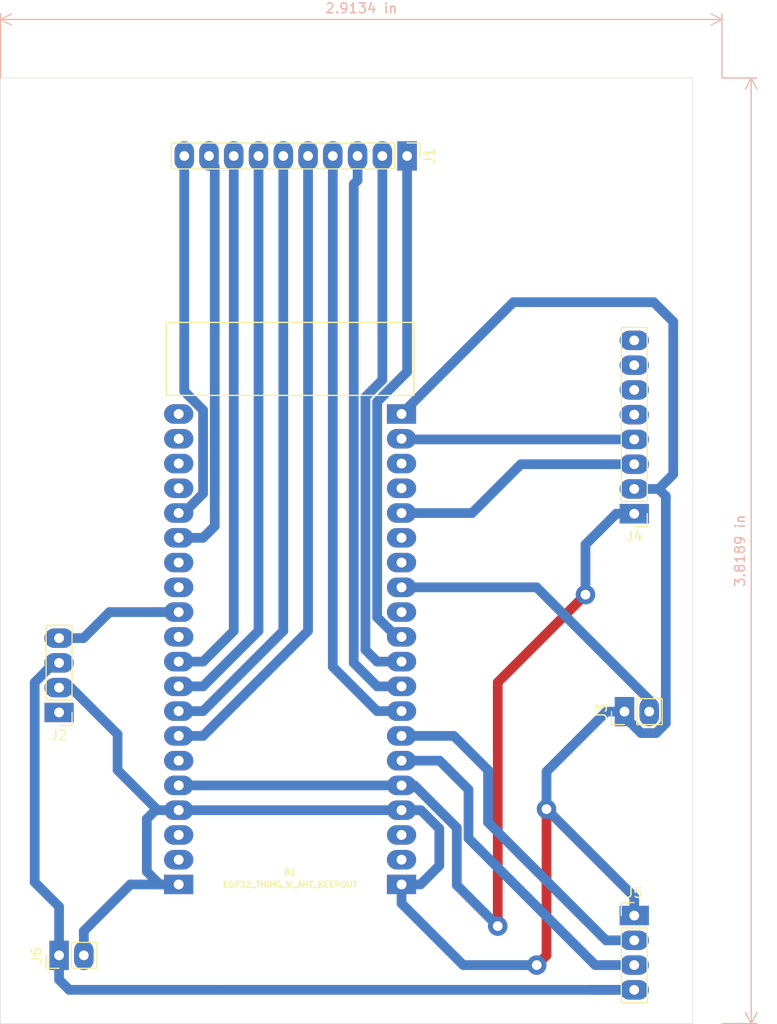
<source format=kicad_pcb>
(kicad_pcb (version 20171130) (host pcbnew "(5.1.5)-3")

  (general
    (thickness 1.6)
    (drawings 6)
    (tracks 130)
    (zones 0)
    (modules 7)
    (nets 42)
  )

  (page A4)
  (layers
    (0 F.Cu signal)
    (31 B.Cu signal)
    (32 B.Adhes user hide)
    (33 F.Adhes user hide)
    (34 B.Paste user hide)
    (35 F.Paste user hide)
    (36 B.SilkS user)
    (37 F.SilkS user hide)
    (38 B.Mask user hide)
    (39 F.Mask user hide)
    (40 Dwgs.User user hide)
    (41 Cmts.User user hide)
    (42 Eco1.User user hide)
    (43 Eco2.User user hide)
    (44 Edge.Cuts user)
    (45 Margin user hide)
    (46 B.CrtYd user hide)
    (47 F.CrtYd user hide)
    (48 B.Fab user hide)
    (49 F.Fab user hide)
  )

  (setup
    (last_trace_width 1)
    (user_trace_width 1)
    (trace_clearance 0.2)
    (zone_clearance 0.508)
    (zone_45_only no)
    (trace_min 0.2)
    (via_size 0.8)
    (via_drill 0.4)
    (via_min_size 0.4)
    (via_min_drill 0.3)
    (uvia_size 0.3)
    (uvia_drill 0.1)
    (uvias_allowed no)
    (uvia_min_size 0.2)
    (uvia_min_drill 0.1)
    (edge_width 0.05)
    (segment_width 0.2)
    (pcb_text_width 0.3)
    (pcb_text_size 1.5 1.5)
    (mod_edge_width 0.12)
    (mod_text_size 1 1)
    (mod_text_width 0.15)
    (pad_size 3 2)
    (pad_drill 1.016)
    (pad_to_mask_clearance 0.051)
    (solder_mask_min_width 0.25)
    (aux_axis_origin 0 0)
    (visible_elements FFFFFF7F)
    (pcbplotparams
      (layerselection 0x010fc_ffffffff)
      (usegerberextensions false)
      (usegerberattributes false)
      (usegerberadvancedattributes false)
      (creategerberjobfile false)
      (excludeedgelayer true)
      (linewidth 0.100000)
      (plotframeref false)
      (viasonmask false)
      (mode 1)
      (useauxorigin false)
      (hpglpennumber 1)
      (hpglpenspeed 20)
      (hpglpendiameter 15.000000)
      (psnegative false)
      (psa4output false)
      (plotreference true)
      (plotvalue true)
      (plotinvisibletext false)
      (padsonsilk false)
      (subtractmaskfromsilk false)
      (outputformat 1)
      (mirror false)
      (drillshape 1)
      (scaleselection 1)
      (outputdirectory ""))
  )

  (net 0 "")
  (net 1 "Net-(B1-Pad1)")
  (net 2 "Net-(B1-Pad2)")
  (net 3 "Net-(B1-Pad3)")
  (net 4 "Net-(B1-Pad36)")
  (net 5 "Net-(B1-Pad6)")
  (net 6 "Net-(B1-Pad7)")
  (net 7 "Net-(B1-Pad8)")
  (net 8 "Net-(B1-Pad9)")
  (net 9 "Net-(B1-Pad10)")
  (net 10 "Net-(B1-Pad11)")
  (net 11 "Net-(B1-Pad12)")
  (net 12 "Net-(B1-Pad13)")
  (net 13 "Net-(B1-Pad14)")
  (net 14 "Net-(B1-Pad15)")
  (net 15 "Net-(B1-Pad16)")
  (net 16 "Net-(B1-Pad17)")
  (net 17 "Net-(B1-Pad18)")
  (net 18 "Net-(B1-Pad19)")
  (net 19 "Net-(B1-Pad20)")
  (net 20 "Net-(B1-Pad22)")
  (net 21 "Net-(B1-Pad23)")
  (net 22 "Net-(B1-Pad24)")
  (net 23 "Net-(B1-Pad25)")
  (net 24 "Net-(B1-Pad26)")
  (net 25 "Net-(B1-Pad27)")
  (net 26 "Net-(B1-Pad28)")
  (net 27 "Net-(B1-Pad29)")
  (net 28 "Net-(B1-Pad30)")
  (net 29 "Net-(B1-Pad31)")
  (net 30 "Net-(B1-Pad32)")
  (net 31 "Net-(B1-Pad33)")
  (net 32 "Net-(B1-Pad34)")
  (net 33 "Net-(B1-Pad35)")
  (net 34 "Net-(B1-Pad38)")
  (net 35 "Net-(B1-Pad39)")
  (net 36 "Net-(J2-Pad1)")
  (net 37 "Net-(J2-Pad3)")
  (net 38 "Net-(J4-Pad5)")
  (net 39 "Net-(J4-Pad6)")
  (net 40 "Net-(J4-Pad7)")
  (net 41 "Net-(J4-Pad8)")

  (net_class Default "Esta es la clase de red por defecto."
    (clearance 0.2)
    (trace_width 0.25)
    (via_dia 0.8)
    (via_drill 0.4)
    (uvia_dia 0.3)
    (uvia_drill 0.1)
    (add_net "Net-(B1-Pad1)")
    (add_net "Net-(B1-Pad10)")
    (add_net "Net-(B1-Pad11)")
    (add_net "Net-(B1-Pad12)")
    (add_net "Net-(B1-Pad13)")
    (add_net "Net-(B1-Pad14)")
    (add_net "Net-(B1-Pad15)")
    (add_net "Net-(B1-Pad16)")
    (add_net "Net-(B1-Pad17)")
    (add_net "Net-(B1-Pad18)")
    (add_net "Net-(B1-Pad19)")
    (add_net "Net-(B1-Pad2)")
    (add_net "Net-(B1-Pad20)")
    (add_net "Net-(B1-Pad22)")
    (add_net "Net-(B1-Pad23)")
    (add_net "Net-(B1-Pad24)")
    (add_net "Net-(B1-Pad25)")
    (add_net "Net-(B1-Pad26)")
    (add_net "Net-(B1-Pad27)")
    (add_net "Net-(B1-Pad28)")
    (add_net "Net-(B1-Pad29)")
    (add_net "Net-(B1-Pad3)")
    (add_net "Net-(B1-Pad30)")
    (add_net "Net-(B1-Pad31)")
    (add_net "Net-(B1-Pad32)")
    (add_net "Net-(B1-Pad33)")
    (add_net "Net-(B1-Pad34)")
    (add_net "Net-(B1-Pad35)")
    (add_net "Net-(B1-Pad36)")
    (add_net "Net-(B1-Pad38)")
    (add_net "Net-(B1-Pad39)")
    (add_net "Net-(B1-Pad6)")
    (add_net "Net-(B1-Pad7)")
    (add_net "Net-(B1-Pad8)")
    (add_net "Net-(B1-Pad9)")
    (add_net "Net-(J2-Pad1)")
    (add_net "Net-(J2-Pad3)")
    (add_net "Net-(J4-Pad5)")
    (add_net "Net-(J4-Pad6)")
    (add_net "Net-(J4-Pad7)")
    (add_net "Net-(J4-Pad8)")
  )

  (module ESP32_THING (layer F.Cu) (tedit 5EBFF960) (tstamp 5EC049A0)
    (at 152 119)
    (descr "SPARKFUN ESP32 THING BOARD")
    (tags "SPARKFUN ESP32 THING BOARD")
    (path /5EBFF6FD)
    (attr virtual)
    (fp_text reference B1 (at 12.7 -2.54) (layer F.SilkS)
      (effects (font (size 0.6096 0.6096) (thickness 0.127)))
    )
    (fp_text value ESP32_THING_W_ANT_KEEPOUT (at 12.7 -1.27) (layer F.SilkS)
      (effects (font (size 0.6096 0.6096) (thickness 0.127)))
    )
    (fp_line (start 0 0) (end 0 -51.435) (layer Dwgs.User) (width 0.2032))
    (fp_line (start 0 -51.435) (end 0 -58.293) (layer Dwgs.User) (width 0.2032))
    (fp_line (start 0.635 -58.928) (end 24.765 -58.928) (layer Dwgs.User) (width 0.2032))
    (fp_line (start 25.4 -58.293) (end 25.4 -51.435) (layer Dwgs.User) (width 0.2032))
    (fp_line (start 25.4 -51.435) (end 25.4 0) (layer Dwgs.User) (width 0.2032))
    (fp_line (start 25.4 0) (end 0 0) (layer Dwgs.User) (width 0.2032))
    (fp_line (start 0 -51.435) (end 25.4 -51.435) (layer Dwgs.User) (width 0.127))
    (fp_line (start 0 -51.435) (end 25.4 -51.435) (layer F.SilkS) (width 0.127))
    (fp_line (start 25.4 -51.435) (end 25.4 -58.928) (layer F.SilkS) (width 0.127))
    (fp_line (start 25.4 -58.928) (end 0 -58.928) (layer F.SilkS) (width 0.127))
    (fp_line (start 0 -58.928) (end 0 -51.435) (layer F.SilkS) (width 0.127))
    (fp_line (start 0 -51.435) (end 25.4 -51.435) (layer F.SilkS) (width 0.127))
    (fp_line (start 25.4 -51.435) (end 25.4 -58.928) (layer F.SilkS) (width 0.127))
    (fp_line (start 25.4 -58.928) (end 0 -58.928) (layer F.SilkS) (width 0.127))
    (fp_line (start 0 -58.928) (end 0 -51.435) (layer F.SilkS) (width 0.127))
    (fp_arc (start 0.635 -58.293) (end 0 -58.293) (angle 90) (layer Dwgs.User) (width 0.2032))
    (fp_arc (start 24.765 -58.293) (end 24.765 -58.928) (angle 90) (layer Dwgs.User) (width 0.2032))
    (fp_text user 34 (at 3.81 -34.4805) (layer Dwgs.User)
      (effects (font (size 0.889 0.889) (thickness 0.127)))
    )
    (fp_text user 35 (at 3.81 -31.9405) (layer Dwgs.User)
      (effects (font (size 0.889 0.889) (thickness 0.127)))
    )
    (fp_text user 32 (at 3.81 -39.55796) (layer Dwgs.User)
      (effects (font (size 0.889 0.889) (thickness 0.127)))
    )
    (fp_text user 33 (at 3.81 -37.0205) (layer Dwgs.User)
      (effects (font (size 0.889 0.889) (thickness 0.127)))
    )
    (fp_text user 25 (at 3.81 -29.4005) (layer Dwgs.User)
      (effects (font (size 0.889 0.889) (thickness 0.127)))
    )
    (fp_text user 26 (at 3.81 -26.85796) (layer Dwgs.User)
      (effects (font (size 0.889 0.889) (thickness 0.127)))
    )
    (fp_text user 27 (at 3.7846 -24.3205) (layer Dwgs.User)
      (effects (font (size 0.889 0.889) (thickness 0.127)))
    )
    (fp_text user 14 (at 3.7846 -21.7805) (layer Dwgs.User)
      (effects (font (size 0.889 0.889) (thickness 0.127)))
    )
    (fp_text user 12 (at 3.7846 -19.2405) (layer Dwgs.User)
      (effects (font (size 0.889 0.889) (thickness 0.127)))
    )
    (fp_text user 13 (at 3.81 -16.8275) (layer Dwgs.User)
      (effects (font (size 0.889 0.889) (thickness 0.127)))
    )
    (fp_text user VBAT (at 4.699 -6.6675) (layer Dwgs.User)
      (effects (font (size 0.889 0.889) (thickness 0.127)))
    )
    (fp_text user 19 (at 20.9169 -36.7665) (layer Dwgs.User)
      (effects (font (size 0.889 0.889) (thickness 0.127)))
    )
    (fp_text user 21 (at 20.9169 -46.9265) (layer Dwgs.User)
      (effects (font (size 0.889 0.889) (thickness 0.127)))
    )
    (fp_text user 22 (at 20.9423 -39.30396) (layer Dwgs.User)
      (effects (font (size 0.889 0.889) (thickness 0.127)))
    )
    (fp_text user RX (at 20.9677 -41.8465) (layer Dwgs.User)
      (effects (font (size 0.889 0.889) (thickness 0.127)))
    )
    (fp_text user TX (at 20.9169 -44.3865) (layer Dwgs.User)
      (effects (font (size 0.889 0.889) (thickness 0.127)))
    )
    (fp_text user 23 (at 20.9169 -34.2265) (layer Dwgs.User)
      (effects (font (size 0.889 0.889) (thickness 0.127)))
    )
    (fp_text user 18 (at 20.9169 -31.6865) (layer Dwgs.User)
      (effects (font (size 0.889 0.889) (thickness 0.127)))
    )
    (fp_text user 5 (at 20.4724 -29.1465) (layer Dwgs.User)
      (effects (font (size 0.889 0.889) (thickness 0.127)))
    )
    (fp_text user 15 (at 20.9169 -26.60396) (layer Dwgs.User)
      (effects (font (size 0.889 0.889) (thickness 0.127)))
    )
    (fp_text user 2 (at 20.4724 -24.0665) (layer Dwgs.User)
      (effects (font (size 0.889 0.889) (thickness 0.127)))
    )
    (fp_text user 0 (at 20.4724 -21.5265) (layer Dwgs.User)
      (effects (font (size 0.889 0.889) (thickness 0.127)))
    )
    (fp_text user 4 (at 20.4724 -18.9865) (layer Dwgs.User)
      (effects (font (size 0.889 0.889) (thickness 0.127)))
    )
    (fp_text user 17 (at 20.9169 -16.4465) (layer Dwgs.User)
      (effects (font (size 0.889 0.889) (thickness 0.127)))
    )
    (fp_text user 16 (at 20.9169 -13.9065) (layer Dwgs.User)
      (effects (font (size 0.889 0.889) (thickness 0.127)))
    )
    (fp_text user 39 (at 3.81 -42.1005) (layer Dwgs.User)
      (effects (font (size 0.889 0.889) (thickness 0.127)))
    )
    (fp_text user 38 (at 3.81 -44.6405) (layer Dwgs.User)
      (effects (font (size 0.889 0.889) (thickness 0.127)))
    )
    (fp_text user 37 (at 3.81 -47.1805) (layer Dwgs.User)
      (effects (font (size 0.889 0.889) (thickness 0.127)))
    )
    (fp_text user 36 (at 3.81 -49.7205) (layer Dwgs.User)
      (effects (font (size 0.889 0.889) (thickness 0.127)))
    )
    (fp_text user GND (at 21.2852 -49.4665) (layer Dwgs.User)
      (effects (font (size 0.889 0.889) (thickness 0.127)))
    )
    (fp_text user !RST! (at 5.1435 -14.2875) (layer Dwgs.User)
      (effects (font (size 0.889 0.889) (thickness 0.127)))
    )
    (fp_text user 3V3 (at 4.2545 -11.7475) (layer Dwgs.User)
      (effects (font (size 0.889 0.889) (thickness 0.127)))
    )
    (fp_text user GND (at 4.2545 -9.2075) (layer Dwgs.User)
      (effects (font (size 0.889 0.889) (thickness 0.127)))
    )
    (fp_text user VUSB (at 4.699 -4.12496) (layer Dwgs.User)
      (effects (font (size 0.889 0.889) (thickness 0.127)))
    )
    (fp_text user GND (at 4.2545 -1.5875) (layer Dwgs.User)
      (effects (font (size 0.889 0.889) (thickness 0.127)))
    )
    (fp_text user 3V3 (at 21.3614 -11.3665) (layer Dwgs.User)
      (effects (font (size 0.889 0.889) (thickness 0.127)))
    )
    (fp_text user GND (at 21.3614 -8.8265) (layer Dwgs.User)
      (effects (font (size 0.889 0.889) (thickness 0.127)))
    )
    (fp_text user VBAT (at 21.8059 -6.2865) (layer Dwgs.User)
      (effects (font (size 0.889 0.889) (thickness 0.127)))
    )
    (fp_text user VUSB (at 21.8059 -3.7465) (layer Dwgs.User)
      (effects (font (size 0.889 0.889) (thickness 0.127)))
    )
    (fp_text user GND (at 21.3614 -1.2065) (layer Dwgs.User)
      (effects (font (size 0.889 0.889) (thickness 0.127)))
    )
    (fp_text user "Antenna Keepout" (at 12.7 -55.245) (layer Dwgs.User)
      (effects (font (size 0.889 0.889) (thickness 0.0762)))
    )
    (pad 1 thru_hole rect (at 1.27 -1.27) (size 3 2) (drill 1.016) (layers *.Cu *.Mask)
      (net 1 "Net-(B1-Pad1)") (solder_mask_margin 0.1016))
    (pad 2 thru_hole oval (at 1.27 -3.81) (size 3 2) (drill 1.016) (layers *.Cu *.Mask)
      (net 2 "Net-(B1-Pad2)") (solder_mask_margin 0.1016))
    (pad 3 thru_hole oval (at 1.27 -6.35) (size 3 2) (drill 1.016) (layers *.Cu *.Mask)
      (net 3 "Net-(B1-Pad3)") (solder_mask_margin 0.1016))
    (pad 4 thru_hole oval (at 1.27 -8.89) (size 3 2) (drill 1.016) (layers *.Cu *.Mask)
      (net 1 "Net-(B1-Pad1)") (solder_mask_margin 0.1016))
    (pad 5 thru_hole oval (at 1.27 -11.43) (size 3 2) (drill 1.016) (layers *.Cu *.Mask)
      (net 4 "Net-(B1-Pad36)") (solder_mask_margin 0.1016))
    (pad 6 thru_hole oval (at 1.27 -13.97) (size 3 2) (drill 1.016) (layers *.Cu *.Mask)
      (net 5 "Net-(B1-Pad6)") (solder_mask_margin 0.1016))
    (pad 7 thru_hole oval (at 1.27 -16.51) (size 3 2) (drill 1.016) (layers *.Cu *.Mask)
      (net 6 "Net-(B1-Pad7)") (solder_mask_margin 0.1016))
    (pad 8 thru_hole oval (at 1.27 -19.05) (size 3 2) (drill 1.016) (layers *.Cu *.Mask)
      (net 7 "Net-(B1-Pad8)") (solder_mask_margin 0.1016))
    (pad 9 thru_hole oval (at 1.27 -21.59) (size 3 2) (drill 1.016) (layers *.Cu *.Mask)
      (net 8 "Net-(B1-Pad9)") (solder_mask_margin 0.1016))
    (pad 10 thru_hole oval (at 1.27 -24.13) (size 3 2) (drill 1.016) (layers *.Cu *.Mask)
      (net 9 "Net-(B1-Pad10)") (solder_mask_margin 0.1016))
    (pad 11 thru_hole oval (at 1.27 -26.67) (size 3 2) (drill 1.016) (layers *.Cu *.Mask)
      (net 10 "Net-(B1-Pad11)") (solder_mask_margin 0.1016))
    (pad 12 thru_hole oval (at 1.27 -29.21) (size 3 2) (drill 1.016) (layers *.Cu *.Mask)
      (net 11 "Net-(B1-Pad12)") (solder_mask_margin 0.1016))
    (pad 13 thru_hole oval (at 1.27 -31.75) (size 3 2) (drill 1.016) (layers *.Cu *.Mask)
      (net 12 "Net-(B1-Pad13)") (solder_mask_margin 0.1016))
    (pad 14 thru_hole oval (at 1.27 -34.29) (size 3 2) (drill 1.016) (layers *.Cu *.Mask)
      (net 13 "Net-(B1-Pad14)") (solder_mask_margin 0.1016))
    (pad 15 thru_hole oval (at 1.27 -36.83) (size 3 2) (drill 1.016) (layers *.Cu *.Mask)
      (net 14 "Net-(B1-Pad15)") (solder_mask_margin 0.1016))
    (pad 16 thru_hole oval (at 1.27 -39.37) (size 3 2) (drill 1.016) (layers *.Cu *.Mask)
      (net 15 "Net-(B1-Pad16)") (solder_mask_margin 0.1016))
    (pad 17 thru_hole oval (at 1.27 -41.91) (size 3 2) (drill 1.016) (layers *.Cu *.Mask)
      (net 16 "Net-(B1-Pad17)") (solder_mask_margin 0.1016))
    (pad 18 thru_hole oval (at 1.27 -44.45) (size 3 2) (drill 1.016) (layers *.Cu *.Mask)
      (net 17 "Net-(B1-Pad18)") (solder_mask_margin 0.1016))
    (pad 19 thru_hole oval (at 1.27 -46.99) (size 3 2) (drill 1.016) (layers *.Cu *.Mask)
      (net 18 "Net-(B1-Pad19)") (solder_mask_margin 0.1016))
    (pad 20 thru_hole oval (at 1.27 -49.53) (size 3 2) (drill 1.016) (layers *.Cu *.Mask)
      (net 19 "Net-(B1-Pad20)") (solder_mask_margin 0.1016))
    (pad 21 thru_hole rect (at 24.13 -49.53) (size 3 2) (drill 1.016) (layers *.Cu *.Mask)
      (net 1 "Net-(B1-Pad1)") (solder_mask_margin 0.1016))
    (pad 22 thru_hole oval (at 24.13 -46.99) (size 3 2) (drill 1.016) (layers *.Cu *.Mask)
      (net 20 "Net-(B1-Pad22)") (solder_mask_margin 0.1016))
    (pad 23 thru_hole oval (at 24.13 -44.45) (size 3 2) (drill 1.016) (layers *.Cu *.Mask)
      (net 21 "Net-(B1-Pad23)") (solder_mask_margin 0.1016))
    (pad 24 thru_hole oval (at 24.13 -41.91) (size 3 2) (drill 1.016) (layers *.Cu *.Mask)
      (net 22 "Net-(B1-Pad24)") (solder_mask_margin 0.1016))
    (pad 25 thru_hole oval (at 24.13 -39.37) (size 3 2) (drill 1.016) (layers *.Cu *.Mask)
      (net 23 "Net-(B1-Pad25)") (solder_mask_margin 0.1016))
    (pad 26 thru_hole oval (at 24.13 -36.83) (size 3 2) (drill 1.016) (layers *.Cu *.Mask)
      (net 24 "Net-(B1-Pad26)") (solder_mask_margin 0.1016))
    (pad 27 thru_hole oval (at 24.13 -34.29) (size 3 2) (drill 1.016) (layers *.Cu *.Mask)
      (net 25 "Net-(B1-Pad27)") (solder_mask_margin 0.1016))
    (pad 28 thru_hole oval (at 24.13 -31.75) (size 3 2) (drill 1.016) (layers *.Cu *.Mask)
      (net 26 "Net-(B1-Pad28)") (solder_mask_margin 0.1016))
    (pad 29 thru_hole oval (at 24.13 -29.21) (size 3 2) (drill 1.016) (layers *.Cu *.Mask)
      (net 27 "Net-(B1-Pad29)") (solder_mask_margin 0.1016))
    (pad 30 thru_hole oval (at 24.13 -26.67) (size 3 2) (drill 1.016) (layers *.Cu *.Mask)
      (net 28 "Net-(B1-Pad30)") (solder_mask_margin 0.1016))
    (pad 31 thru_hole oval (at 24.13 -24.13) (size 3 2) (drill 1.016) (layers *.Cu *.Mask)
      (net 29 "Net-(B1-Pad31)") (solder_mask_margin 0.1016))
    (pad 32 thru_hole oval (at 24.13 -21.59) (size 3 2) (drill 1.016) (layers *.Cu *.Mask)
      (net 30 "Net-(B1-Pad32)") (solder_mask_margin 0.1016))
    (pad 33 thru_hole oval (at 24.13 -19.05) (size 3 2) (drill 1.016) (layers *.Cu *.Mask)
      (net 31 "Net-(B1-Pad33)") (solder_mask_margin 0.1016))
    (pad 34 thru_hole oval (at 24.13 -16.51) (size 3 2) (drill 1.016) (layers *.Cu *.Mask)
      (net 32 "Net-(B1-Pad34)") (solder_mask_margin 0.1016))
    (pad 35 thru_hole oval (at 24.13 -13.97) (size 3 2) (drill 1.016) (layers *.Cu *.Mask)
      (net 33 "Net-(B1-Pad35)") (solder_mask_margin 0.1016))
    (pad 36 thru_hole oval (at 24.13 -11.43) (size 3 2) (drill 1.016) (layers *.Cu *.Mask)
      (net 4 "Net-(B1-Pad36)") (solder_mask_margin 0.1016))
    (pad 37 thru_hole oval (at 24.13 -8.89) (size 3 2) (drill 1.016) (layers *.Cu *.Mask)
      (net 1 "Net-(B1-Pad1)") (solder_mask_margin 0.1016))
    (pad 38 thru_hole oval (at 24.13 -6.35) (size 3 2) (drill 1.016) (layers *.Cu *.Mask)
      (net 34 "Net-(B1-Pad38)") (solder_mask_margin 0.1016))
    (pad 39 thru_hole oval (at 24.13 -3.81) (size 3 2) (drill 1.016) (layers *.Cu *.Mask)
      (net 35 "Net-(B1-Pad39)") (solder_mask_margin 0.1016))
    (pad 40 thru_hole rect (at 24.13 -1.27) (size 3 2) (drill 1.016) (layers *.Cu *.Mask)
      (net 1 "Net-(B1-Pad1)") (solder_mask_margin 0.1016))
  )

  (module Connector_PinHeader_2.54mm:PinHeader_1x04_P2.54mm_Vertical (layer F.Cu) (tedit 5EBFF710) (tstamp 5EC051B4)
    (at 141 100.08 180)
    (descr "Through hole straight pin header, 1x04, 2.54mm pitch, single row")
    (tags "Through hole pin header THT 1x04 2.54mm single row")
    (path /5EC0471E)
    (fp_text reference J2 (at 0 -2.33) (layer F.SilkS)
      (effects (font (size 1 1) (thickness 0.15)))
    )
    (fp_text value Conn_01x04_Female (at 0 9.95) (layer F.Fab)
      (effects (font (size 1 1) (thickness 0.15)))
    )
    (fp_line (start -0.635 -1.27) (end 1.27 -1.27) (layer F.Fab) (width 0.1))
    (fp_line (start 1.27 -1.27) (end 1.27 8.89) (layer F.Fab) (width 0.1))
    (fp_line (start 1.27 8.89) (end -1.27 8.89) (layer F.Fab) (width 0.1))
    (fp_line (start -1.27 8.89) (end -1.27 -0.635) (layer F.Fab) (width 0.1))
    (fp_line (start -1.27 -0.635) (end -0.635 -1.27) (layer F.Fab) (width 0.1))
    (fp_line (start -1.33 8.95) (end 1.33 8.95) (layer F.SilkS) (width 0.12))
    (fp_line (start -1.33 1.27) (end -1.33 8.95) (layer F.SilkS) (width 0.12))
    (fp_line (start 1.33 1.27) (end 1.33 8.95) (layer F.SilkS) (width 0.12))
    (fp_line (start -1.33 1.27) (end 1.33 1.27) (layer F.SilkS) (width 0.12))
    (fp_line (start -1.33 0) (end -1.33 -1.33) (layer F.SilkS) (width 0.12))
    (fp_line (start -1.33 -1.33) (end 0 -1.33) (layer F.SilkS) (width 0.12))
    (fp_line (start -1.8 -1.8) (end -1.8 9.4) (layer F.CrtYd) (width 0.05))
    (fp_line (start -1.8 9.4) (end 1.8 9.4) (layer F.CrtYd) (width 0.05))
    (fp_line (start 1.8 9.4) (end 1.8 -1.8) (layer F.CrtYd) (width 0.05))
    (fp_line (start 1.8 -1.8) (end -1.8 -1.8) (layer F.CrtYd) (width 0.05))
    (fp_text user %R (at 0 3.81 90) (layer F.Fab)
      (effects (font (size 1 1) (thickness 0.15)))
    )
    (pad 1 thru_hole rect (at 0 0 180) (size 3 2) (drill 1) (layers *.Cu *.Mask)
      (net 36 "Net-(J2-Pad1)"))
    (pad 2 thru_hole oval (at 0 2.54 180) (size 3 2) (drill 1) (layers *.Cu *.Mask)
      (net 1 "Net-(B1-Pad1)"))
    (pad 3 thru_hole oval (at 0 5.08 180) (size 3 2) (drill 1) (layers *.Cu *.Mask)
      (net 37 "Net-(J2-Pad3)"))
    (pad 4 thru_hole oval (at 0 7.62 180) (size 3 2) (drill 1) (layers *.Cu *.Mask)
      (net 11 "Net-(B1-Pad12)"))
    (model ${KISYS3DMOD}/Connector_PinHeader_2.54mm.3dshapes/PinHeader_1x04_P2.54mm_Vertical.wrl
      (at (xyz 0 0 0))
      (scale (xyz 1 1 1))
      (rotate (xyz 0 0 0))
    )
  )

  (module Connector_PinHeader_2.54mm:PinHeader_1x08_P2.54mm_Vertical (layer F.Cu) (tedit 5EBFF69A) (tstamp 5EC051D0)
    (at 200 79.7 180)
    (descr "Through hole straight pin header, 1x08, 2.54mm pitch, single row")
    (tags "Through hole pin header THT 1x08 2.54mm single row")
    (path /5EC0084F)
    (fp_text reference J4 (at 0 -2.33) (layer F.SilkS)
      (effects (font (size 1 1) (thickness 0.15)))
    )
    (fp_text value Conn_01x08_Female (at 0 20.11) (layer F.Fab)
      (effects (font (size 1 1) (thickness 0.15)))
    )
    (fp_line (start -0.635 -1.27) (end 1.27 -1.27) (layer F.Fab) (width 0.1))
    (fp_line (start 1.27 -1.27) (end 1.27 19.05) (layer F.Fab) (width 0.1))
    (fp_line (start 1.27 19.05) (end -1.27 19.05) (layer F.Fab) (width 0.1))
    (fp_line (start -1.27 19.05) (end -1.27 -0.635) (layer F.Fab) (width 0.1))
    (fp_line (start -1.27 -0.635) (end -0.635 -1.27) (layer F.Fab) (width 0.1))
    (fp_line (start -1.33 19.11) (end 1.33 19.11) (layer F.SilkS) (width 0.12))
    (fp_line (start -1.33 1.27) (end -1.33 19.11) (layer F.SilkS) (width 0.12))
    (fp_line (start 1.33 1.27) (end 1.33 19.11) (layer F.SilkS) (width 0.12))
    (fp_line (start -1.33 1.27) (end 1.33 1.27) (layer F.SilkS) (width 0.12))
    (fp_line (start -1.33 0) (end -1.33 -1.33) (layer F.SilkS) (width 0.12))
    (fp_line (start -1.33 -1.33) (end 0 -1.33) (layer F.SilkS) (width 0.12))
    (fp_line (start -1.8 -1.8) (end -1.8 19.55) (layer F.CrtYd) (width 0.05))
    (fp_line (start -1.8 19.55) (end 1.8 19.55) (layer F.CrtYd) (width 0.05))
    (fp_line (start 1.8 19.55) (end 1.8 -1.8) (layer F.CrtYd) (width 0.05))
    (fp_line (start 1.8 -1.8) (end -1.8 -1.8) (layer F.CrtYd) (width 0.05))
    (fp_text user %R (at 0 8.89 90) (layer F.Fab)
      (effects (font (size 1 1) (thickness 0.15)))
    )
    (pad 1 thru_hole rect (at 0 0 180) (size 3 2) (drill 1) (layers *.Cu *.Mask)
      (net 4 "Net-(B1-Pad36)"))
    (pad 2 thru_hole oval (at 0 2.54 180) (size 3 2) (drill 1) (layers *.Cu *.Mask)
      (net 1 "Net-(B1-Pad1)"))
    (pad 3 thru_hole oval (at 0 5.08 180) (size 3 2) (drill 1) (layers *.Cu *.Mask)
      (net 23 "Net-(B1-Pad25)"))
    (pad 4 thru_hole oval (at 0 7.62 180) (size 3 2) (drill 1) (layers *.Cu *.Mask)
      (net 20 "Net-(B1-Pad22)"))
    (pad 5 thru_hole oval (at 0 10.16 180) (size 3 2) (drill 1) (layers *.Cu *.Mask)
      (net 38 "Net-(J4-Pad5)"))
    (pad 6 thru_hole oval (at 0 12.7 180) (size 3 2) (drill 1) (layers *.Cu *.Mask)
      (net 39 "Net-(J4-Pad6)"))
    (pad 7 thru_hole oval (at 0 15.24 180) (size 3 2) (drill 1) (layers *.Cu *.Mask)
      (net 40 "Net-(J4-Pad7)"))
    (pad 8 thru_hole oval (at 0 17.78 180) (size 3 2) (drill 1) (layers *.Cu *.Mask)
      (net 41 "Net-(J4-Pad8)"))
    (model ${KISYS3DMOD}/Connector_PinHeader_2.54mm.3dshapes/PinHeader_1x08_P2.54mm_Vertical.wrl
      (at (xyz 0 0 0))
      (scale (xyz 1 1 1))
      (rotate (xyz 0 0 0))
    )
  )

  (module Connector_PinHeader_2.54mm:PinHeader_1x04_P2.54mm_Vertical (layer F.Cu) (tedit 5EBFF6D4) (tstamp 5EC051E8)
    (at 200 120.92)
    (descr "Through hole straight pin header, 1x04, 2.54mm pitch, single row")
    (tags "Through hole pin header THT 1x04 2.54mm single row")
    (path /5EC03BB9)
    (fp_text reference J5 (at 0 -2.33) (layer F.SilkS)
      (effects (font (size 1 1) (thickness 0.15)))
    )
    (fp_text value Conn_01x04_Female (at 0 9.95) (layer F.Fab)
      (effects (font (size 1 1) (thickness 0.15)))
    )
    (fp_text user %R (at 0 3.81 90) (layer F.Fab)
      (effects (font (size 1 1) (thickness 0.15)))
    )
    (fp_line (start 1.8 -1.8) (end -1.8 -1.8) (layer F.CrtYd) (width 0.05))
    (fp_line (start 1.8 9.4) (end 1.8 -1.8) (layer F.CrtYd) (width 0.05))
    (fp_line (start -1.8 9.4) (end 1.8 9.4) (layer F.CrtYd) (width 0.05))
    (fp_line (start -1.8 -1.8) (end -1.8 9.4) (layer F.CrtYd) (width 0.05))
    (fp_line (start -1.33 -1.33) (end 0 -1.33) (layer F.SilkS) (width 0.12))
    (fp_line (start -1.33 0) (end -1.33 -1.33) (layer F.SilkS) (width 0.12))
    (fp_line (start -1.33 1.27) (end 1.33 1.27) (layer F.SilkS) (width 0.12))
    (fp_line (start 1.33 1.27) (end 1.33 8.95) (layer F.SilkS) (width 0.12))
    (fp_line (start -1.33 1.27) (end -1.33 8.95) (layer F.SilkS) (width 0.12))
    (fp_line (start -1.33 8.95) (end 1.33 8.95) (layer F.SilkS) (width 0.12))
    (fp_line (start -1.27 -0.635) (end -0.635 -1.27) (layer F.Fab) (width 0.1))
    (fp_line (start -1.27 8.89) (end -1.27 -0.635) (layer F.Fab) (width 0.1))
    (fp_line (start 1.27 8.89) (end -1.27 8.89) (layer F.Fab) (width 0.1))
    (fp_line (start 1.27 -1.27) (end 1.27 8.89) (layer F.Fab) (width 0.1))
    (fp_line (start -0.635 -1.27) (end 1.27 -1.27) (layer F.Fab) (width 0.1))
    (pad 4 thru_hole oval (at 0 7.62) (size 3 2) (drill 1) (layers *.Cu *.Mask)
      (net 37 "Net-(J2-Pad3)"))
    (pad 3 thru_hole oval (at 0 5.08) (size 3 2) (drill 1) (layers *.Cu *.Mask)
      (net 33 "Net-(B1-Pad35)"))
    (pad 2 thru_hole oval (at 0 2.54) (size 3 2) (drill 1) (layers *.Cu *.Mask)
      (net 32 "Net-(B1-Pad34)"))
    (pad 1 thru_hole rect (at 0 0) (size 3 2) (drill 1) (layers *.Cu *.Mask)
      (net 1 "Net-(B1-Pad1)"))
    (model ${KISYS3DMOD}/Connector_PinHeader_2.54mm.3dshapes/PinHeader_1x04_P2.54mm_Vertical.wrl
      (at (xyz 0 0 0))
      (scale (xyz 1 1 1))
      (rotate (xyz 0 0 0))
    )
  )

  (module Connector_PinHeader_2.54mm:PinHeader_1x02_P2.54mm_Vertical (layer F.Cu) (tedit 5EBFF6EE) (tstamp 5EC051FE)
    (at 141 125 90)
    (descr "Through hole straight pin header, 1x02, 2.54mm pitch, single row")
    (tags "Through hole pin header THT 1x02 2.54mm single row")
    (path /5EC630B1)
    (fp_text reference J6 (at 0 -2.33 90) (layer F.SilkS)
      (effects (font (size 1 1) (thickness 0.15)))
    )
    (fp_text value Conn_01x02_Female (at 0 4.87 90) (layer F.Fab)
      (effects (font (size 1 1) (thickness 0.15)))
    )
    (fp_line (start -0.635 -1.27) (end 1.27 -1.27) (layer F.Fab) (width 0.1))
    (fp_line (start 1.27 -1.27) (end 1.27 3.81) (layer F.Fab) (width 0.1))
    (fp_line (start 1.27 3.81) (end -1.27 3.81) (layer F.Fab) (width 0.1))
    (fp_line (start -1.27 3.81) (end -1.27 -0.635) (layer F.Fab) (width 0.1))
    (fp_line (start -1.27 -0.635) (end -0.635 -1.27) (layer F.Fab) (width 0.1))
    (fp_line (start -1.33 3.87) (end 1.33 3.87) (layer F.SilkS) (width 0.12))
    (fp_line (start -1.33 1.27) (end -1.33 3.87) (layer F.SilkS) (width 0.12))
    (fp_line (start 1.33 1.27) (end 1.33 3.87) (layer F.SilkS) (width 0.12))
    (fp_line (start -1.33 1.27) (end 1.33 1.27) (layer F.SilkS) (width 0.12))
    (fp_line (start -1.33 0) (end -1.33 -1.33) (layer F.SilkS) (width 0.12))
    (fp_line (start -1.33 -1.33) (end 0 -1.33) (layer F.SilkS) (width 0.12))
    (fp_line (start -1.8 -1.8) (end -1.8 4.35) (layer F.CrtYd) (width 0.05))
    (fp_line (start -1.8 4.35) (end 1.8 4.35) (layer F.CrtYd) (width 0.05))
    (fp_line (start 1.8 4.35) (end 1.8 -1.8) (layer F.CrtYd) (width 0.05))
    (fp_line (start 1.8 -1.8) (end -1.8 -1.8) (layer F.CrtYd) (width 0.05))
    (fp_text user %R (at 0 1.27) (layer F.Fab)
      (effects (font (size 1 1) (thickness 0.15)))
    )
    (pad 1 thru_hole rect (at 0 0 90) (size 3 2) (drill 1) (layers *.Cu *.Mask)
      (net 37 "Net-(J2-Pad3)"))
    (pad 2 thru_hole oval (at 0 2.54 90) (size 3 2) (drill 1) (layers *.Cu *.Mask)
      (net 1 "Net-(B1-Pad1)"))
    (model ${KISYS3DMOD}/Connector_PinHeader_2.54mm.3dshapes/PinHeader_1x02_P2.54mm_Vertical.wrl
      (at (xyz 0 0 0))
      (scale (xyz 1 1 1))
      (rotate (xyz 0 0 0))
    )
  )

  (module Connector_PinHeader_2.54mm:PinHeader_1x10_P2.54mm_Vertical (layer F.Cu) (tedit 5EBFF769) (tstamp 5EC05375)
    (at 176.7 43 270)
    (descr "Through hole straight pin header, 1x10, 2.54mm pitch, single row")
    (tags "Through hole pin header THT 1x10 2.54mm single row")
    (path /5EC2BF9A)
    (fp_text reference J1 (at 0 -2.33 90) (layer F.SilkS)
      (effects (font (size 1 1) (thickness 0.15)))
    )
    (fp_text value Conn_01x10_Female (at 0 25.19 90) (layer F.Fab)
      (effects (font (size 1 1) (thickness 0.15)))
    )
    (fp_line (start -0.635 -1.27) (end 1.27 -1.27) (layer F.Fab) (width 0.1))
    (fp_line (start 1.27 -1.27) (end 1.27 24.13) (layer F.Fab) (width 0.1))
    (fp_line (start 1.27 24.13) (end -1.27 24.13) (layer F.Fab) (width 0.1))
    (fp_line (start -1.27 24.13) (end -1.27 -0.635) (layer F.Fab) (width 0.1))
    (fp_line (start -1.27 -0.635) (end -0.635 -1.27) (layer F.Fab) (width 0.1))
    (fp_line (start -1.33 24.19) (end 1.33 24.19) (layer F.SilkS) (width 0.12))
    (fp_line (start -1.33 1.27) (end -1.33 24.19) (layer F.SilkS) (width 0.12))
    (fp_line (start 1.33 1.27) (end 1.33 24.19) (layer F.SilkS) (width 0.12))
    (fp_line (start -1.33 1.27) (end 1.33 1.27) (layer F.SilkS) (width 0.12))
    (fp_line (start -1.33 0) (end -1.33 -1.33) (layer F.SilkS) (width 0.12))
    (fp_line (start -1.33 -1.33) (end 0 -1.33) (layer F.SilkS) (width 0.12))
    (fp_line (start -1.8 -1.8) (end -1.8 24.65) (layer F.CrtYd) (width 0.05))
    (fp_line (start -1.8 24.65) (end 1.8 24.65) (layer F.CrtYd) (width 0.05))
    (fp_line (start 1.8 24.65) (end 1.8 -1.8) (layer F.CrtYd) (width 0.05))
    (fp_line (start 1.8 -1.8) (end -1.8 -1.8) (layer F.CrtYd) (width 0.05))
    (fp_text user %R (at 0 11.43) (layer F.Fab)
      (effects (font (size 1 1) (thickness 0.15)))
    )
    (pad 1 thru_hole rect (at 0 0 270) (size 3 2) (drill 1) (layers *.Cu *.Mask)
      (net 28 "Net-(B1-Pad30)"))
    (pad 2 thru_hole oval (at 0 2.54 270) (size 3 2) (drill 1) (layers *.Cu *.Mask)
      (net 29 "Net-(B1-Pad31)"))
    (pad 3 thru_hole oval (at 0 5.08 270) (size 3 2) (drill 1) (layers *.Cu *.Mask)
      (net 30 "Net-(B1-Pad32)"))
    (pad 4 thru_hole oval (at 0 7.62 270) (size 3 2) (drill 1) (layers *.Cu *.Mask)
      (net 31 "Net-(B1-Pad33)"))
    (pad 5 thru_hole oval (at 0 10.16 270) (size 3 2) (drill 1) (layers *.Cu *.Mask)
      (net 6 "Net-(B1-Pad7)"))
    (pad 6 thru_hole oval (at 0 12.7 270) (size 3 2) (drill 1) (layers *.Cu *.Mask)
      (net 7 "Net-(B1-Pad8)"))
    (pad 7 thru_hole oval (at 0 15.24 270) (size 3 2) (drill 1) (layers *.Cu *.Mask)
      (net 8 "Net-(B1-Pad9)"))
    (pad 8 thru_hole oval (at 0 17.78 270) (size 3 2) (drill 1) (layers *.Cu *.Mask)
      (net 9 "Net-(B1-Pad10)"))
    (pad 9 thru_hole oval (at 0 20.32 270) (size 3 2) (drill 1) (layers *.Cu *.Mask)
      (net 14 "Net-(B1-Pad15)"))
    (pad 10 thru_hole oval (at 0 22.86 270) (size 3 2) (drill 1) (layers *.Cu *.Mask)
      (net 15 "Net-(B1-Pad16)"))
    (model ${KISYS3DMOD}/Connector_PinHeader_2.54mm.3dshapes/PinHeader_1x10_P2.54mm_Vertical.wrl
      (at (xyz 0 0 0))
      (scale (xyz 1 1 1))
      (rotate (xyz 0 0 0))
    )
  )

  (module Connector_PinHeader_2.54mm:PinHeader_1x02_P2.54mm_Vertical (layer F.Cu) (tedit 5EBFF6B0) (tstamp 5EC0538B)
    (at 199 100 90)
    (descr "Through hole straight pin header, 1x02, 2.54mm pitch, single row")
    (tags "Through hole pin header THT 1x02 2.54mm single row")
    (path /5EC11998)
    (fp_text reference J3 (at 0 -2.33 90) (layer F.SilkS)
      (effects (font (size 1 1) (thickness 0.15)))
    )
    (fp_text value Conn_01x02_Female (at 0 4.87 90) (layer F.Fab)
      (effects (font (size 1 1) (thickness 0.15)))
    )
    (fp_line (start -0.635 -1.27) (end 1.27 -1.27) (layer F.Fab) (width 0.1))
    (fp_line (start 1.27 -1.27) (end 1.27 3.81) (layer F.Fab) (width 0.1))
    (fp_line (start 1.27 3.81) (end -1.27 3.81) (layer F.Fab) (width 0.1))
    (fp_line (start -1.27 3.81) (end -1.27 -0.635) (layer F.Fab) (width 0.1))
    (fp_line (start -1.27 -0.635) (end -0.635 -1.27) (layer F.Fab) (width 0.1))
    (fp_line (start -1.33 3.87) (end 1.33 3.87) (layer F.SilkS) (width 0.12))
    (fp_line (start -1.33 1.27) (end -1.33 3.87) (layer F.SilkS) (width 0.12))
    (fp_line (start 1.33 1.27) (end 1.33 3.87) (layer F.SilkS) (width 0.12))
    (fp_line (start -1.33 1.27) (end 1.33 1.27) (layer F.SilkS) (width 0.12))
    (fp_line (start -1.33 0) (end -1.33 -1.33) (layer F.SilkS) (width 0.12))
    (fp_line (start -1.33 -1.33) (end 0 -1.33) (layer F.SilkS) (width 0.12))
    (fp_line (start -1.8 -1.8) (end -1.8 4.35) (layer F.CrtYd) (width 0.05))
    (fp_line (start -1.8 4.35) (end 1.8 4.35) (layer F.CrtYd) (width 0.05))
    (fp_line (start 1.8 4.35) (end 1.8 -1.8) (layer F.CrtYd) (width 0.05))
    (fp_line (start 1.8 -1.8) (end -1.8 -1.8) (layer F.CrtYd) (width 0.05))
    (fp_text user %R (at 0 1.27) (layer F.Fab)
      (effects (font (size 1 1) (thickness 0.15)))
    )
    (pad 1 thru_hole rect (at 0 0 90) (size 3 2) (drill 1) (layers *.Cu *.Mask)
      (net 1 "Net-(B1-Pad1)"))
    (pad 2 thru_hole oval (at 0 2.54 90) (size 3 2) (drill 1) (layers *.Cu *.Mask)
      (net 26 "Net-(B1-Pad28)"))
    (model ${KISYS3DMOD}/Connector_PinHeader_2.54mm.3dshapes/PinHeader_1x02_P2.54mm_Vertical.wrl
      (at (xyz 0 0 0))
      (scale (xyz 1 1 1))
      (rotate (xyz 0 0 0))
    )
  )

  (gr_line (start 135 132) (end 135 35) (layer Edge.Cuts) (width 0.05))
  (dimension 97 (width 0.12) (layer B.SilkS)
    (gr_text "97,000 mm" (at 213.27 83.5 90) (layer B.SilkS)
      (effects (font (size 1 1) (thickness 0.15)))
    )
    (feature1 (pts (xy 209 35) (xy 212.586421 35)))
    (feature2 (pts (xy 209 132) (xy 212.586421 132)))
    (crossbar (pts (xy 212 132) (xy 212 35)))
    (arrow1a (pts (xy 212 35) (xy 212.586421 36.126504)))
    (arrow1b (pts (xy 212 35) (xy 211.413579 36.126504)))
    (arrow2a (pts (xy 212 132) (xy 212.586421 130.873496)))
    (arrow2b (pts (xy 212 132) (xy 211.413579 130.873496)))
  )
  (dimension 74 (width 0.12) (layer B.SilkS)
    (gr_text "74,000 mm" (at 172 27.730001) (layer B.SilkS)
      (effects (font (size 1 1) (thickness 0.15)))
    )
    (feature1 (pts (xy 135 35) (xy 135 28.41358)))
    (feature2 (pts (xy 209 35) (xy 209 28.41358)))
    (crossbar (pts (xy 209 29.000001) (xy 135 29.000001)))
    (arrow1a (pts (xy 135 29.000001) (xy 136.126504 28.41358)))
    (arrow1b (pts (xy 135 29.000001) (xy 136.126504 29.586422)))
    (arrow2a (pts (xy 209 29.000001) (xy 207.873496 28.41358)))
    (arrow2b (pts (xy 209 29.000001) (xy 207.873496 29.586422)))
  )
  (gr_line (start 206 35) (end 135 35) (layer Edge.Cuts) (width 0.05))
  (gr_line (start 206 132) (end 206 35) (layer Edge.Cuts) (width 0.05))
  (gr_line (start 135 132) (end 206 132) (layer Edge.Cuts) (width 0.05))

  (via (at 190 126) (size 2) (drill 1) (layers F.Cu B.Cu) (net 1))
  (via (at 191 110) (size 2) (drill 1) (layers F.Cu B.Cu) (net 1))
  (segment (start 190.999999 125.000001) (end 190 126) (width 1) (layer F.Cu) (net 1))
  (segment (start 191 110) (end 190.999999 125.000001) (width 1) (layer F.Cu) (net 1))
  (via (at 195 88) (size 2) (drill 1) (layers F.Cu B.Cu) (net 4))
  (via (at 186 122) (size 2) (drill 1) (layers F.Cu B.Cu) (net 4))
  (segment (start 186 97) (end 195 88) (width 1) (layer F.Cu) (net 4))
  (segment (start 186 122) (end 186 97) (width 1) (layer F.Cu) (net 4))
  (segment (start 176.13 110.11) (end 153.27 110.11) (width 1) (layer B.Cu) (net 1))
  (segment (start 176.13 110.11) (end 178.11 110.11) (width 1) (layer B.Cu) (net 1))
  (segment (start 178.11 110.11) (end 180 112) (width 1) (layer B.Cu) (net 1))
  (segment (start 178.0698 117.73) (end 176.13 117.73) (width 1) (layer B.Cu) (net 1))
  (segment (start 180 115.7998) (end 178.0698 117.73) (width 1) (layer B.Cu) (net 1))
  (segment (start 180 112) (end 180 115.7998) (width 1) (layer B.Cu) (net 1))
  (segment (start 153.27 110.11) (end 150.89 110.11) (width 1) (layer B.Cu) (net 1))
  (segment (start 150.89 110.11) (end 150 111) (width 1) (layer B.Cu) (net 1))
  (segment (start 151.3302 117.73) (end 153.27 117.73) (width 1) (layer B.Cu) (net 1))
  (segment (start 150 116.3998) (end 151.3302 117.73) (width 1) (layer B.Cu) (net 1))
  (segment (start 150 111) (end 150 116.3998) (width 1) (layer B.Cu) (net 1))
  (segment (start 188.585787 126) (end 190 126) (width 1) (layer B.Cu) (net 1))
  (segment (start 182.4602 126) (end 188.585787 126) (width 1) (layer B.Cu) (net 1))
  (segment (start 176.13 119.6698) (end 182.4602 126) (width 1) (layer B.Cu) (net 1))
  (segment (start 176.13 117.73) (end 176.13 119.6698) (width 1) (layer B.Cu) (net 1))
  (segment (start 197.15 100) (end 199 100) (width 1) (layer B.Cu) (net 1))
  (segment (start 191 106.15) (end 197.15 100) (width 1) (layer B.Cu) (net 1))
  (segment (start 191 110) (end 191 106.15) (width 1) (layer B.Cu) (net 1))
  (segment (start 200 119) (end 191 110) (width 1) (layer B.Cu) (net 1))
  (segment (start 200 120.92) (end 200 119) (width 1) (layer B.Cu) (net 1))
  (segment (start 187.6 58) (end 176.13 69.47) (width 1) (layer B.Cu) (net 1))
  (segment (start 200 77.16) (end 202.5 77.16) (width 1) (layer B.Cu) (net 1))
  (segment (start 202 58) (end 187.6 58) (width 1) (layer B.Cu) (net 1))
  (segment (start 202.5 77.16) (end 204 75.66) (width 1) (layer B.Cu) (net 1))
  (segment (start 204 75.66) (end 204 60) (width 1) (layer B.Cu) (net 1))
  (segment (start 204 60) (end 202 58) (width 1) (layer B.Cu) (net 1))
  (segment (start 203.24001 77.90001) (end 202.5 77.16) (width 1) (layer B.Cu) (net 1))
  (segment (start 203.24001 101.204167) (end 203.24001 77.90001) (width 1) (layer B.Cu) (net 1))
  (segment (start 202.244167 102.20001) (end 203.24001 101.204167) (width 1) (layer B.Cu) (net 1))
  (segment (start 200.70001 102.20001) (end 202.244167 102.20001) (width 1) (layer B.Cu) (net 1))
  (segment (start 199 100.5) (end 200.70001 102.20001) (width 1) (layer B.Cu) (net 1))
  (segment (start 199 100) (end 199 100.5) (width 1) (layer B.Cu) (net 1))
  (segment (start 142.220002 97.54) (end 147 102.319998) (width 1) (layer B.Cu) (net 1))
  (segment (start 141 97.54) (end 142.220002 97.54) (width 1) (layer B.Cu) (net 1))
  (segment (start 147 102.319998) (end 147 106) (width 1) (layer B.Cu) (net 1))
  (segment (start 147 106) (end 151 110) (width 1) (layer B.Cu) (net 1))
  (segment (start 148.31 117.73) (end 150.77 117.73) (width 1) (layer B.Cu) (net 1))
  (segment (start 143.54 122.5) (end 148.31 117.73) (width 1) (layer B.Cu) (net 1))
  (segment (start 150.77 117.73) (end 153.27 117.73) (width 1) (layer B.Cu) (net 1))
  (segment (start 143.54 125) (end 143.54 122.5) (width 1) (layer B.Cu) (net 1))
  (segment (start 176.13 107.57) (end 153.27 107.57) (width 1) (layer B.Cu) (net 4))
  (segment (start 198.15 79.7) (end 200 79.7) (width 1) (layer B.Cu) (net 4))
  (segment (start 195 82.85) (end 198.15 79.7) (width 1) (layer B.Cu) (net 4))
  (segment (start 195 88) (end 195 82.85) (width 1) (layer B.Cu) (net 4))
  (segment (start 177.459077 107.57) (end 176.13 107.57) (width 1) (layer B.Cu) (net 4))
  (segment (start 181.79999 117.79999) (end 181.79999 111.910913) (width 1) (layer B.Cu) (net 4))
  (segment (start 181.79999 111.910913) (end 177.459077 107.57) (width 1) (layer B.Cu) (net 4))
  (segment (start 186 122) (end 181.79999 117.79999) (width 1) (layer B.Cu) (net 4))
  (segment (start 155.77 102.49) (end 153.27 102.49) (width 1) (layer B.Cu) (net 6))
  (segment (start 166.54 91.72) (end 155.77 102.49) (width 1) (layer B.Cu) (net 6))
  (segment (start 166.54 43) (end 166.54 91.72) (width 1) (layer B.Cu) (net 6))
  (segment (start 155.77 99.95) (end 153.27 99.95) (width 1) (layer B.Cu) (net 7))
  (segment (start 164 91.72) (end 155.77 99.95) (width 1) (layer B.Cu) (net 7))
  (segment (start 164 43) (end 164 91.72) (width 1) (layer B.Cu) (net 7))
  (segment (start 155.77 97.41) (end 153.27 97.41) (width 1) (layer B.Cu) (net 8))
  (segment (start 161.46 91.72) (end 155.77 97.41) (width 1) (layer B.Cu) (net 8))
  (segment (start 161.46 43) (end 161.46 91.72) (width 1) (layer B.Cu) (net 8))
  (segment (start 155.77 94.87) (end 153.27 94.87) (width 1) (layer B.Cu) (net 9))
  (segment (start 158.92 91.72) (end 155.77 94.87) (width 1) (layer B.Cu) (net 9))
  (segment (start 158.92 43) (end 158.92 91.72) (width 1) (layer B.Cu) (net 9))
  (segment (start 152.94 89.46) (end 153.27 89.79) (width 1) (layer B.Cu) (net 11))
  (segment (start 150.77 89.79) (end 153.27 89.79) (width 1) (layer B.Cu) (net 11))
  (segment (start 146.17 89.79) (end 150.77 89.79) (width 1) (layer B.Cu) (net 11))
  (segment (start 143.5 92.46) (end 146.17 89.79) (width 1) (layer B.Cu) (net 11))
  (segment (start 141 92.46) (end 143.5 92.46) (width 1) (layer B.Cu) (net 11))
  (segment (start 156.970009 80.969991) (end 155.77 82.17) (width 1) (layer B.Cu) (net 14))
  (segment (start 156.970009 44.090009) (end 156.970009 80.969991) (width 1) (layer B.Cu) (net 14))
  (segment (start 155.77 82.17) (end 153.27 82.17) (width 1) (layer B.Cu) (net 14))
  (segment (start 156.38 43.5) (end 156.970009 44.090009) (width 1) (layer B.Cu) (net 14))
  (segment (start 156.38 43) (end 156.38 43.5) (width 1) (layer B.Cu) (net 14))
  (segment (start 155.77 77.63) (end 153.77 79.63) (width 1) (layer B.Cu) (net 15))
  (segment (start 153.84 67.135823) (end 155.77 69.065823) (width 1) (layer B.Cu) (net 15))
  (segment (start 153.77 79.63) (end 153.27 79.63) (width 1) (layer B.Cu) (net 15))
  (segment (start 155.77 69.065823) (end 155.77 77.63) (width 1) (layer B.Cu) (net 15))
  (segment (start 153.84 43) (end 153.84 67.135823) (width 1) (layer B.Cu) (net 15))
  (segment (start 176.2 72.08) (end 176.13 72.01) (width 1) (layer B.Cu) (net 20))
  (segment (start 200 72.08) (end 176.2 72.08) (width 1) (layer B.Cu) (net 20))
  (segment (start 200 74.62) (end 188.38 74.62) (width 1) (layer B.Cu) (net 23))
  (segment (start 183.37 79.63) (end 176.13 79.63) (width 1) (layer B.Cu) (net 23))
  (segment (start 188.38 74.62) (end 183.37 79.63) (width 1) (layer B.Cu) (net 23))
  (segment (start 177.459077 87.25) (end 176.13 87.25) (width 1) (layer B.Cu) (net 26))
  (segment (start 189.992081 87.25) (end 177.459077 87.25) (width 1) (layer B.Cu) (net 26))
  (segment (start 201.54 98.797919) (end 189.992081 87.25) (width 1) (layer B.Cu) (net 26))
  (segment (start 201.54 100) (end 201.54 98.797919) (width 1) (layer B.Cu) (net 26))
  (segment (start 175.63 92.33) (end 176.13 92.33) (width 1) (layer B.Cu) (net 28))
  (segment (start 173.63 90.33) (end 175.63 92.33) (width 1) (layer B.Cu) (net 28))
  (segment (start 176.7 65.139998) (end 173.63 68.209998) (width 1) (layer B.Cu) (net 28))
  (segment (start 173.63 68.209998) (end 173.63 90.33) (width 1) (layer B.Cu) (net 28))
  (segment (start 176.7 43) (end 176.7 65.139998) (width 1) (layer B.Cu) (net 28))
  (segment (start 172.42999 93.66999) (end 173.63 94.87) (width 1) (layer B.Cu) (net 29))
  (segment (start 172.42999 67.712938) (end 172.42999 93.66999) (width 1) (layer B.Cu) (net 29))
  (segment (start 173.63 94.87) (end 176.13 94.87) (width 1) (layer B.Cu) (net 29))
  (segment (start 174.16 65.982928) (end 172.42999 67.712938) (width 1) (layer B.Cu) (net 29))
  (segment (start 174.16 43) (end 174.16 65.982928) (width 1) (layer B.Cu) (net 29))
  (segment (start 171.229981 95.009981) (end 173.63 97.41) (width 1) (layer B.Cu) (net 30))
  (segment (start 173.63 97.41) (end 176.13 97.41) (width 1) (layer B.Cu) (net 30))
  (segment (start 171.22998 45.89002) (end 171.229981 95.009981) (width 1) (layer B.Cu) (net 30))
  (segment (start 171.62 45.5) (end 171.22998 45.89002) (width 1) (layer B.Cu) (net 30))
  (segment (start 171.62 43) (end 171.62 45.5) (width 1) (layer B.Cu) (net 30))
  (segment (start 169.08 95.4) (end 173.63 99.95) (width 1) (layer B.Cu) (net 31))
  (segment (start 173.63 99.95) (end 176.13 99.95) (width 1) (layer B.Cu) (net 31))
  (segment (start 169.08 43) (end 169.08 95.4) (width 1) (layer B.Cu) (net 31))
  (segment (start 197.1 123.46) (end 185 111.36) (width 1) (layer B.Cu) (net 32))
  (segment (start 200 123.46) (end 197.1 123.46) (width 1) (layer B.Cu) (net 32))
  (segment (start 185 111.36) (end 185 106) (width 1) (layer B.Cu) (net 32))
  (segment (start 181.49 102.49) (end 176.13 102.49) (width 1) (layer B.Cu) (net 32))
  (segment (start 185 106) (end 181.49 102.49) (width 1) (layer B.Cu) (net 32))
  (segment (start 176.13 105.03) (end 180.03 105.03) (width 1) (layer B.Cu) (net 33))
  (segment (start 180.03 105.03) (end 183 108) (width 1) (layer B.Cu) (net 33))
  (segment (start 183 108) (end 183 113) (width 1) (layer B.Cu) (net 33))
  (segment (start 196 126) (end 200 126) (width 1) (layer B.Cu) (net 33))
  (segment (start 183 113) (end 196 126) (width 1) (layer B.Cu) (net 33))
  (segment (start 195.54 128.54) (end 200 128.54) (width 1) (layer B.Cu) (net 37))
  (segment (start 157.54 128.54) (end 200 128.54) (width 1) (layer B.Cu) (net 37))
  (segment (start 138.5 117.5) (end 138.5 97) (width 1) (layer B.Cu) (net 37))
  (segment (start 141 125) (end 141 120) (width 1) (layer B.Cu) (net 37))
  (segment (start 140.5 95) (end 141 95) (width 1) (layer B.Cu) (net 37))
  (segment (start 138.5 97) (end 140.5 95) (width 1) (layer B.Cu) (net 37))
  (segment (start 141 120) (end 138.5 117.5) (width 1) (layer B.Cu) (net 37))
  (segment (start 142.04 128.54) (end 157.54 128.54) (width 1) (layer B.Cu) (net 37))
  (segment (start 141 127.5) (end 142.04 128.54) (width 1) (layer B.Cu) (net 37))
  (segment (start 141 125) (end 141 127.5) (width 1) (layer B.Cu) (net 37))

)

</source>
